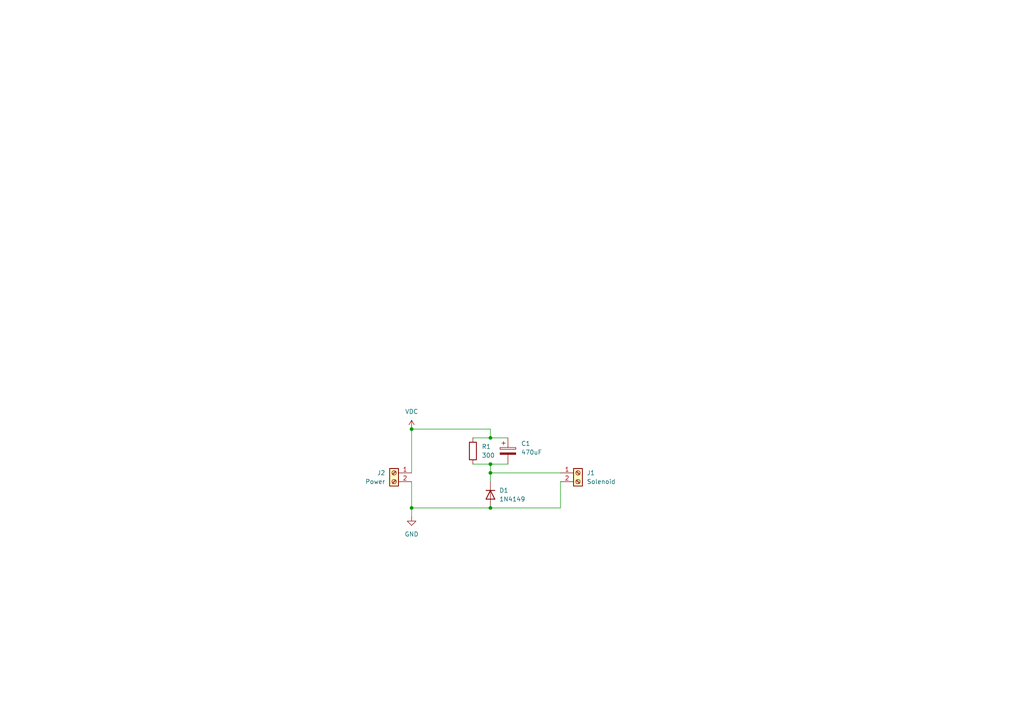
<source format=kicad_sch>
(kicad_sch (version 20230121) (generator eeschema)
  (paper "A4")
  (lib_symbols
    (symbol "Connector:Screw_Terminal_01x02" (pin_names (offset 1.016) hide)
      (property "Reference" "J" (at 0 2.54 0))
      (property "Value" "Screw_Terminal_01x02" (at 0 -5.08 0))
      (symbol "Screw_Terminal_01x02_1_1"
        (rectangle (start -1.27 1.27) (end 1.27 -3.81) (stroke (width 0.254)) (fill (type background)))
        (circle (center 0 -2.54) (radius 0.635) (stroke (width 0.1524)))
        (polyline (pts (xy -0.5334 -2.2098) (xy 0.3302 -3.048)) (stroke (width 0.1524)))
        (polyline (pts (xy -0.5334 0.3302) (xy 0.3302 -0.508)) (stroke (width 0.1524)))
        (polyline (pts (xy -0.3556 -2.032) (xy 0.508 -2.8702)) (stroke (width 0.1524)))
        (polyline (pts (xy -0.3556 0.508) (xy 0.508 -0.3302)) (stroke (width 0.1524)))
        (circle (center 0 0) (radius 0.635) (stroke (width 0.1524)))
        (pin passive line (at -5.08 0 0) (length 3.81) (name "Pin_1") (number "1"))
        (pin passive line (at -5.08 -2.54 0) (length 3.81) (name "Pin_2") (number "2"))
      )
    )
    (symbol "Device:C_Polarized" (pin_numbers hide) (pin_names (offset 0.254))
      (property "Reference" "C" (at 0.635 2.54 0))
      (property "Value" "C_Polarized" (at 0.635 -2.54 0))
      (symbol "C_Polarized_0_1"
        (rectangle (start -2.286 0.508) (end 2.286 1.016))
        (polyline (pts (xy -1.778 2.286) (xy -0.762 2.286)))
        (polyline (pts (xy -1.27 2.794) (xy -1.27 1.778)))
        (rectangle (start 2.286 -0.508) (end -2.286 -1.016) (fill (type outline)))
      )
      (symbol "C_Polarized_1_1"
        (pin passive line (at 0 3.81 270) (length 2.794) (name "~") (number "1"))
        (pin passive line (at 0 -3.81 90) (length 2.794) (name "~") (number "2"))
      )
    )
    (symbol "Device:R" (pin_numbers hide) (pin_names (offset 0))
      (property "Reference" "R" (at 2.032 0 90))
      (property "Value" "R" (at 0 0 90))
      (symbol "R_0_1"
        (rectangle (start -1.016 -2.54) (end 1.016 2.54) (stroke (width 0.254)))
      )
      (symbol "R_1_1"
        (pin passive line (at 0 3.81 270) (length 1.27) (name "~") (number "1"))
        (pin passive line (at 0 -3.81 90) (length 1.27) (name "~") (number "2"))
      )
    )
    (symbol "Diode:1N4149" (pin_numbers hide) (pin_names hide)
      (property "Reference" "D" (at 0 2.54 0))
      (property "Value" "1N4149" (at 0 -2.54 0))
      (symbol "1N4149_0_1"
        (polyline (pts (xy -1.27 1.27) (xy -1.27 -1.27)) (stroke (width 0.254)))
        (polyline (pts (xy 1.27 0) (xy -1.27 0)))
        (polyline (pts (xy 1.27 1.27) (xy 1.27 -1.27) (xy -1.27 0) (xy 1.27 1.27)) (stroke (width 0.254)))
      )
      (symbol "1N4149_1_1"
        (pin passive line (at -3.81 0 0) (length 2.54) (name "K") (number "1"))
        (pin passive line (at 3.81 0 180) (length 2.54) (name "A") (number "2"))
      )
    )
    (symbol "power:GND" (power) (pin_names (offset 0))
      (property "Value" "GND" (at 0 -3.81 0))
      (symbol "GND_0_1"
        (polyline (pts (xy 0 0) (xy 0 -1.27) (xy 1.27 -1.27) (xy 0 -2.54) (xy -1.27 -1.27) (xy 0 -1.27)))
      )
      (symbol "GND_1_1"
        (pin power_in line (at 0 0 270) (length 0) hide (name "GND") (number "1"))
      )
    )
    (symbol "power:VDC" (power) (pin_names (offset 0))
      (property "Value" "VDC" (at 0 6.35 0))
      (symbol "VDC_0_1"
        (polyline (pts (xy -0.762 1.27) (xy 0 2.54)))
        (polyline (pts (xy 0 0) (xy 0 2.54)))
        (polyline (pts (xy 0 2.54) (xy 0.762 1.27)))
      )
      (symbol "VDC_1_1"
        (pin power_in line (at 0 0 90) (length 0) hide (name "VDC") (number "1"))
      )
    )
  )
  (junction (at 119.38 147.32))
  (junction (at 142.24 127))
  (junction (at 142.24 137.16))
  (junction (at 142.24 134.62))
  (junction (at 119.38 124.46))
  (junction (at 142.24 147.32))
  (wire (pts (xy 119.38 147.32) (xy 142.24 147.32)))
  (wire (pts (xy 137.16 127) (xy 142.24 127)))
  (wire (pts (xy 142.24 137.16) (xy 142.24 139.7)))
  (wire (pts (xy 119.38 139.7) (xy 119.38 147.32)))
  (wire (pts (xy 137.16 134.62) (xy 142.24 134.62)))
  (wire (pts (xy 119.38 124.46) (xy 142.24 124.46)))
  (wire (pts (xy 142.24 134.62) (xy 147.32 134.62)))
  (wire (pts (xy 119.38 124.46) (xy 119.38 137.16)))
  (wire (pts (xy 142.24 137.16) (xy 142.24 134.62)))
  (wire (pts (xy 162.56 139.7) (xy 162.56 147.32)))
  (wire (pts (xy 162.56 147.32) (xy 142.24 147.32)))
  (wire (pts (xy 162.56 137.16) (xy 142.24 137.16)))
  (wire (pts (xy 142.24 127) (xy 147.32 127)))
  (wire (pts (xy 142.24 124.46) (xy 142.24 127)))
  (wire (pts (xy 119.38 147.32) (xy 119.38 149.86)))
  (symbol (lib_id "power:GND") (at 119.38 149.86 0) (unit 1)
    (property "Reference" "#PWR01" (effects hide))
    (property "Value" "GND" (at 119.38 154.94 0))
  )
  (symbol (lib_id "Connector:Screw_Terminal_01x02") (at 114.3 137.16 0) (mirror y) (unit 1)
    (property "Reference" "J2" (at 111.76 137.16 0) (effects (justify left)))
    (property "Value" "Power" (at 111.76 139.7 0) (effects (justify left)))
    (property "Footprint" "TerminalBlock_Phoenix:TerminalBlock_Phoenix_MKDS-1,5-2-5.08_1x02_P5.08mm_Horizontal" (effects hide))
    (property "Datasheet" "https://media.digikey.com/pdf/Data%20Sheets/Phoenix%20Contact%20PDFs/5452257.pdf" (effects hide))
    (property "Man" "Phoenix" (effects hide))
    (property "Solenoid" "5452257 " (effects hide))
  )
  (symbol (lib_id "Diode:1N4149") (at 142.24 143.51 270) (unit 1)
    (property "Reference" "D1" (at 144.78 142.24 90) (effects (justify left)))
    (property "Value" "1N4149" (at 144.78 144.78 90) (effects (justify left)))
    (property "Footprint" "Diode_THT:D_DO-35_SOD27_P7.62mm_Horizontal" (effects hide))
    (property "Datasheet" "https://www.onsemi.com/pdf/datasheet/1n4149-d.pdf" (effects hide))
    (property "Sim.Device" "D" (effects hide))
    (property "Sim.Pins" "1=K 2=A" (effects hide))
    (property "Man" "onsemi" (effects hide))
    (property "Man code" "1N4149TR" (effects hide))
  )
  (symbol (lib_id "Device:C_Polarized") (at 147.32 130.81 0) (unit 1)
    (property "Reference" "C1" (at 151.13 128.651 0) (effects (justify left)))
    (property "Value" "470uF" (at 151.13 131.191 0) (effects (justify left)))
    (property "Footprint" "Capacitor_THT:CP_Radial_D10.0mm_P5.00mm" (effects hide))
    (property "Datasheet" "https://connect.kemet.com:7667/gateway/IntelliData-ComponentDocumentation/1.0/download/datasheet/A750MV477M1VAAE018" (effects hide))
    (property "Man" "KEMET" (effects hide))
    (property "Man code" "A750MV477M1VAAE018" (effects hide))
  )
  (symbol (lib_id "Device:R") (at 137.16 130.81 0) (unit 1)
    (property "Reference" "R1" (at 139.7 129.54 0) (effects (justify left)))
    (property "Value" "300" (at 139.7 132.08 0) (effects (justify left)))
    (property "Footprint" "Resistor_THT:R_Axial_Power_L20.0mm_W6.4mm_P7.62mm_Vertical" (effects hide))
    (property "Datasheet" "https://riedon.com/media/pdf/UB.pdf" (effects hide))
    (property "Man" "Riedon" (effects hide))
    (property "Man code" "UB5C-300RF1" (effects hide))
  )
  (symbol (lib_id "Connector:Screw_Terminal_01x02") (at 167.64 137.16 0) (unit 1)
    (property "Reference" "J1" (at 170.18 137.16 0) (effects (justify left)))
    (property "Value" "Solenoid" (at 170.18 139.7 0) (effects (justify left)))
    (property "Footprint" "TerminalBlock_Phoenix:TerminalBlock_Phoenix_MKDS-1,5-2-5.08_1x02_P5.08mm_Horizontal" (effects hide))
    (property "Datasheet" "https://media.digikey.com/pdf/Data%20Sheets/Phoenix%20Contact%20PDFs/5452257.pdf" (effects hide))
    (property "Man" "Phoenix" (effects hide))
    (property "Man code" "5452257" (effects hide))
  )
  (symbol (lib_id "power:VDC") (at 119.38 124.46 0) (unit 1)
    (property "Reference" "#PWR02" (effects hide))
    (property "Value" "VDC" (at 119.38 119.38 0))
  )
)
</source>
